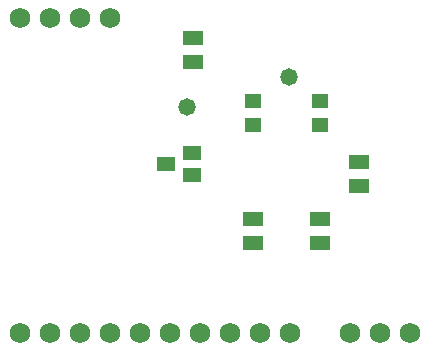
<source format=gts>
G04*
G04 #@! TF.GenerationSoftware,Altium Limited,Altium Designer,20.1.14 (287)*
G04*
G04 Layer_Color=8388736*
%FSLAX24Y24*%
%MOIN*%
G70*
G04*
G04 #@! TF.SameCoordinates,8CDA295F-3AC2-4F8A-B50F-62FCF4205E73*
G04*
G04*
G04 #@! TF.FilePolarity,Negative*
G04*
G01*
G75*
%ADD13R,0.0680X0.0480*%
%ADD14R,0.0631X0.0474*%
%ADD15R,0.0552X0.0513*%
%ADD16C,0.0680*%
%ADD17C,0.0580*%
D13*
X43300Y34550D02*
D03*
Y33750D02*
D03*
X41300Y39800D02*
D03*
Y40600D02*
D03*
X45550Y34550D02*
D03*
Y33750D02*
D03*
X46850Y35650D02*
D03*
Y36450D02*
D03*
D14*
X41283Y36774D02*
D03*
X40417Y36400D02*
D03*
X41283Y36026D02*
D03*
D15*
X45550Y37687D02*
D03*
Y38513D02*
D03*
X43300Y37687D02*
D03*
Y38513D02*
D03*
D16*
X48550Y30750D02*
D03*
X47550D02*
D03*
X46550D02*
D03*
X44550D02*
D03*
X43550D02*
D03*
X42550D02*
D03*
X41550D02*
D03*
X40550D02*
D03*
X39550D02*
D03*
X38550D02*
D03*
X37550D02*
D03*
X36550D02*
D03*
X35550D02*
D03*
Y41250D02*
D03*
X36550D02*
D03*
X37550D02*
D03*
X38550D02*
D03*
D17*
X41100Y38300D02*
D03*
X44500Y39300D02*
D03*
M02*

</source>
